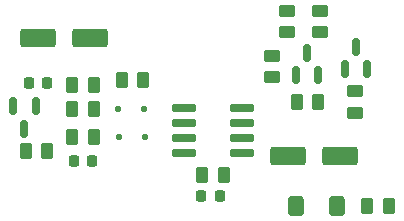
<source format=gbr>
%TF.GenerationSoftware,KiCad,Pcbnew,8.0.7*%
%TF.CreationDate,2025-01-02T14:00:47+01:00*%
%TF.ProjectId,av-to-minitel,61762d74-6f2d-46d6-996e-6974656c2e6b,v0.1*%
%TF.SameCoordinates,Original*%
%TF.FileFunction,Paste,Top*%
%TF.FilePolarity,Positive*%
%FSLAX46Y46*%
G04 Gerber Fmt 4.6, Leading zero omitted, Abs format (unit mm)*
G04 Created by KiCad (PCBNEW 8.0.7) date 2025-01-02 14:00:47*
%MOMM*%
%LPD*%
G01*
G04 APERTURE LIST*
G04 Aperture macros list*
%AMRoundRect*
0 Rectangle with rounded corners*
0 $1 Rounding radius*
0 $2 $3 $4 $5 $6 $7 $8 $9 X,Y pos of 4 corners*
0 Add a 4 corners polygon primitive as box body*
4,1,4,$2,$3,$4,$5,$6,$7,$8,$9,$2,$3,0*
0 Add four circle primitives for the rounded corners*
1,1,$1+$1,$2,$3*
1,1,$1+$1,$4,$5*
1,1,$1+$1,$6,$7*
1,1,$1+$1,$8,$9*
0 Add four rect primitives between the rounded corners*
20,1,$1+$1,$2,$3,$4,$5,0*
20,1,$1+$1,$4,$5,$6,$7,0*
20,1,$1+$1,$6,$7,$8,$9,0*
20,1,$1+$1,$8,$9,$2,$3,0*%
G04 Aperture macros list end*
%ADD10RoundRect,0.125000X0.125000X0.125000X-0.125000X0.125000X-0.125000X-0.125000X0.125000X-0.125000X0*%
%ADD11RoundRect,0.225000X-0.225000X-0.250000X0.225000X-0.250000X0.225000X0.250000X-0.225000X0.250000X0*%
%ADD12RoundRect,0.250000X0.262500X0.450000X-0.262500X0.450000X-0.262500X-0.450000X0.262500X-0.450000X0*%
%ADD13RoundRect,0.150000X0.150000X-0.587500X0.150000X0.587500X-0.150000X0.587500X-0.150000X-0.587500X0*%
%ADD14RoundRect,0.075000X-0.910000X-0.225000X0.910000X-0.225000X0.910000X0.225000X-0.910000X0.225000X0*%
%ADD15RoundRect,0.250000X1.250000X0.550000X-1.250000X0.550000X-1.250000X-0.550000X1.250000X-0.550000X0*%
%ADD16RoundRect,0.250000X-0.262500X-0.450000X0.262500X-0.450000X0.262500X0.450000X-0.262500X0.450000X0*%
%ADD17RoundRect,0.250000X0.450000X-0.262500X0.450000X0.262500X-0.450000X0.262500X-0.450000X-0.262500X0*%
%ADD18RoundRect,0.250000X0.400000X0.600000X-0.400000X0.600000X-0.400000X-0.600000X0.400000X-0.600000X0*%
%ADD19RoundRect,0.250000X-0.450000X0.262500X-0.450000X-0.262500X0.450000X-0.262500X0.450000X0.262500X0*%
%ADD20RoundRect,0.150000X-0.150000X0.587500X-0.150000X-0.587500X0.150000X-0.587500X0.150000X0.587500X0*%
G04 APERTURE END LIST*
D10*
%TO.C,D3*%
X109700000Y-86000000D03*
X107500000Y-86000000D03*
%TD*%
%TO.C,D2*%
X109600000Y-83600000D03*
X107400000Y-83600000D03*
%TD*%
D11*
%TO.C,C4*%
X103625000Y-88000000D03*
X105175000Y-88000000D03*
%TD*%
D12*
%TO.C,R11*%
X109512500Y-81200000D03*
X107687500Y-81200000D03*
%TD*%
%TO.C,R10*%
X116312500Y-89200000D03*
X114487500Y-89200000D03*
%TD*%
D13*
%TO.C,Q3*%
X123400000Y-78862500D03*
X122450000Y-80737500D03*
X124350000Y-80737500D03*
%TD*%
D14*
%TO.C,U1*%
X112930000Y-83495000D03*
X112930000Y-84765000D03*
X112930000Y-86035000D03*
X112930000Y-87305000D03*
X117870000Y-87305000D03*
X117870000Y-86035000D03*
X117870000Y-84765000D03*
X117870000Y-83495000D03*
%TD*%
D12*
%TO.C,R8*%
X124312500Y-83000000D03*
X122487500Y-83000000D03*
%TD*%
D11*
%TO.C,C5*%
X114425000Y-91000000D03*
X115975000Y-91000000D03*
%TD*%
D15*
%TO.C,C3*%
X105000000Y-77600000D03*
X100600000Y-77600000D03*
%TD*%
D11*
%TO.C,C2*%
X99825000Y-81400000D03*
X101375000Y-81400000D03*
%TD*%
D12*
%TO.C,R1*%
X130312500Y-91800000D03*
X128487500Y-91800000D03*
%TD*%
D16*
%TO.C,R2*%
X99575000Y-87200000D03*
X101400000Y-87200000D03*
%TD*%
D17*
%TO.C,R7*%
X120400000Y-80912500D03*
X120400000Y-79087500D03*
%TD*%
D18*
%TO.C,D1*%
X125950000Y-91800000D03*
X122450000Y-91800000D03*
%TD*%
D19*
%TO.C,R4*%
X124475000Y-75287500D03*
X124475000Y-77112500D03*
%TD*%
%TO.C,R9*%
X127475000Y-82087500D03*
X127475000Y-83912500D03*
%TD*%
%TO.C,R3*%
X121675000Y-75287500D03*
X121675000Y-77112500D03*
%TD*%
D12*
%TO.C,R6*%
X105312500Y-86000000D03*
X103487500Y-86000000D03*
%TD*%
%TO.C,R5*%
X105312500Y-83600000D03*
X103487500Y-83600000D03*
%TD*%
D20*
%TO.C,Q1*%
X99450000Y-85275000D03*
X100400000Y-83400000D03*
X98500000Y-83400000D03*
%TD*%
D12*
%TO.C,R12*%
X105312500Y-81600000D03*
X103487500Y-81600000D03*
%TD*%
D15*
%TO.C,C1*%
X126200000Y-87600000D03*
X121800000Y-87600000D03*
%TD*%
D13*
%TO.C,Q2*%
X127537500Y-78325000D03*
X126587500Y-80200000D03*
X128487500Y-80200000D03*
%TD*%
M02*

</source>
